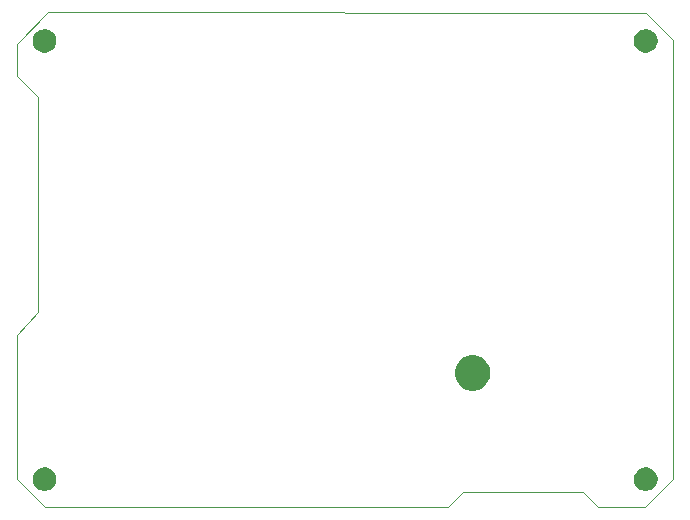
<source format=gbr>
G04*
G04 #@! TF.GenerationSoftware,Altium Limited,Altium Designer,25.5.2 (35)*
G04*
G04 Layer_Color=0*
%FSLAX44Y44*%
%MOMM*%
G71*
G04*
G04 #@! TF.SameCoordinates,A89DEE48-1FC4-4ACA-BA4E-A691071BA7A7*
G04*
G04*
G04 #@! TF.FilePolarity,Positive*
G04*
G01*
G75*
%ADD51C,0.0254*%
G36*
X-4000Y24000D02*
Y23015D01*
X-3616Y21083D01*
X-2862Y19263D01*
X-1768Y17625D01*
X-375Y16233D01*
X1263Y15138D01*
X3083Y14384D01*
X5015Y14000D01*
X6000D01*
X6985D01*
X8917Y14384D01*
X10737Y15138D01*
X12375Y16233D01*
X13767Y17625D01*
X14862Y19263D01*
X15616Y21083D01*
X16000Y23015D01*
Y24000D01*
Y24985D01*
X15616Y26917D01*
X14862Y28737D01*
X13767Y30375D01*
X12375Y31767D01*
X10737Y32862D01*
X8917Y33616D01*
X6985Y34000D01*
X6000D01*
X5015D01*
X3083Y33616D01*
X1263Y32862D01*
X-375Y31767D01*
X-1768Y30375D01*
X-2862Y28737D01*
X-3616Y26917D01*
X-4000Y24985D01*
Y24000D01*
D01*
D02*
G37*
G36*
Y395000D02*
Y394015D01*
X-3616Y392083D01*
X-2862Y390263D01*
X-1768Y388625D01*
X-375Y387233D01*
X1263Y386138D01*
X3083Y385384D01*
X5015Y385000D01*
X6000D01*
X6985D01*
X8917Y385384D01*
X10737Y386138D01*
X12375Y387233D01*
X13767Y388625D01*
X14862Y390263D01*
X15616Y392083D01*
X16000Y394015D01*
Y395000D01*
Y395985D01*
X15616Y397917D01*
X14862Y399737D01*
X13767Y401375D01*
X12375Y402767D01*
X10737Y403862D01*
X8917Y404616D01*
X6985Y405000D01*
X6000D01*
X5015D01*
X3083Y404616D01*
X1263Y403862D01*
X-375Y402767D01*
X-1768Y401375D01*
X-2862Y399737D01*
X-3616Y397917D01*
X-4000Y395985D01*
Y395000D01*
D01*
D02*
G37*
G36*
X505000D02*
Y394015D01*
X505384Y392083D01*
X506138Y390263D01*
X507233Y388625D01*
X508625Y387233D01*
X510263Y386138D01*
X512083Y385384D01*
X514015Y385000D01*
X515000D01*
X515985D01*
X517917Y385384D01*
X519737Y386138D01*
X521375Y387233D01*
X522767Y388625D01*
X523862Y390263D01*
X524616Y392083D01*
X525000Y394015D01*
Y395000D01*
Y395985D01*
X524616Y397917D01*
X523862Y399737D01*
X522767Y401375D01*
X521375Y402767D01*
X519737Y403862D01*
X517917Y404616D01*
X515985Y405000D01*
X515000D01*
X514015D01*
X512083Y404616D01*
X510263Y403862D01*
X508625Y402767D01*
X507233Y401375D01*
X506138Y399737D01*
X505384Y397917D01*
X505000Y395985D01*
Y395000D01*
D01*
D02*
G37*
G36*
X368280Y99000D02*
X366803D01*
X363905Y99576D01*
X361175Y100707D01*
X358718Y102349D01*
X356629Y104438D01*
X354987Y106895D01*
X353856Y109625D01*
X353280Y112523D01*
Y114000D01*
Y115477D01*
X353856Y118375D01*
X354987Y121105D01*
X356629Y123562D01*
X358718Y125651D01*
X361175Y127293D01*
X363905Y128424D01*
X366803Y129000D01*
X368280D01*
X369757D01*
X372655Y128424D01*
X375385Y127293D01*
X377842Y125651D01*
X379931Y123562D01*
X381573Y121105D01*
X382704Y118375D01*
X383280Y115477D01*
Y114000D01*
Y112523D01*
X382704Y109625D01*
X381573Y106895D01*
X379931Y104438D01*
X377842Y102349D01*
X375385Y100707D01*
X372655Y99576D01*
X369757Y99000D01*
X368280D01*
D01*
D02*
G37*
G36*
X505000Y24000D02*
Y23015D01*
X505384Y21083D01*
X506138Y19263D01*
X507233Y17625D01*
X508625Y16233D01*
X510263Y15138D01*
X512083Y14384D01*
X514015Y14000D01*
X515000D01*
X515985D01*
X517917Y14384D01*
X519737Y15138D01*
X521375Y16233D01*
X522767Y17625D01*
X523862Y19263D01*
X524616Y21083D01*
X525000Y23015D01*
Y24000D01*
Y24985D01*
X524616Y26917D01*
X523862Y28737D01*
X522767Y30375D01*
X521375Y31767D01*
X519737Y32862D01*
X517917Y33616D01*
X515985Y34000D01*
X515000D01*
X514015D01*
X512083Y33616D01*
X510263Y32862D01*
X508625Y31767D01*
X507233Y30375D01*
X506138Y28737D01*
X505384Y26917D01*
X505000Y24985D01*
Y24000D01*
D01*
D02*
G37*
D51*
X8889Y419100D02*
X-17779Y392431D01*
Y365488D01*
X0Y347709D01*
Y165354D01*
X-17780Y146304D01*
Y23780D01*
X6000Y0D01*
X347710D01*
X360410Y12700D01*
X462010D01*
X474710Y0D01*
X514350D01*
X538210Y23860D01*
Y395790D01*
X515000Y419000D01*
X8889Y419100D01*
M02*

</source>
